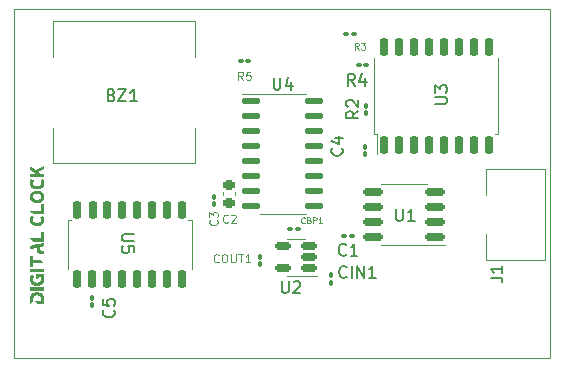
<source format=gbr>
%TF.GenerationSoftware,KiCad,Pcbnew,7.0.6*%
%TF.CreationDate,2024-03-03T22:58:42+08:00*%
%TF.ProjectId,Digital Clock,44696769-7461-46c2-9043-6c6f636b2e6b,_____*%
%TF.SameCoordinates,Original*%
%TF.FileFunction,Legend,Top*%
%TF.FilePolarity,Positive*%
%FSLAX46Y46*%
G04 Gerber Fmt 4.6, Leading zero omitted, Abs format (unit mm)*
G04 Created by KiCad (PCBNEW 7.0.6) date 2024-03-03 22:58:42*
%MOMM*%
%LPD*%
G01*
G04 APERTURE LIST*
G04 Aperture macros list*
%AMRoundRect*
0 Rectangle with rounded corners*
0 $1 Rounding radius*
0 $2 $3 $4 $5 $6 $7 $8 $9 X,Y pos of 4 corners*
0 Add a 4 corners polygon primitive as box body*
4,1,4,$2,$3,$4,$5,$6,$7,$8,$9,$2,$3,0*
0 Add four circle primitives for the rounded corners*
1,1,$1+$1,$2,$3*
1,1,$1+$1,$4,$5*
1,1,$1+$1,$6,$7*
1,1,$1+$1,$8,$9*
0 Add four rect primitives between the rounded corners*
20,1,$1+$1,$2,$3,$4,$5,0*
20,1,$1+$1,$4,$5,$6,$7,0*
20,1,$1+$1,$6,$7,$8,$9,0*
20,1,$1+$1,$8,$9,$2,$3,0*%
G04 Aperture macros list end*
%ADD10C,0.150000*%
%ADD11C,0.090000*%
%ADD12C,0.100000*%
%ADD13C,0.120000*%
%ADD14RoundRect,0.150000X0.512500X0.150000X-0.512500X0.150000X-0.512500X-0.150000X0.512500X-0.150000X0*%
%ADD15RoundRect,0.100000X-0.130000X-0.100000X0.130000X-0.100000X0.130000X0.100000X-0.130000X0.100000X0*%
%ADD16R,2.100000X5.080000*%
%ADD17RoundRect,0.100000X-0.100000X0.130000X-0.100000X-0.130000X0.100000X-0.130000X0.100000X0.130000X0*%
%ADD18RoundRect,0.100000X0.100000X-0.130000X0.100000X0.130000X-0.100000X0.130000X-0.100000X-0.130000X0*%
%ADD19RoundRect,0.225000X0.250000X-0.225000X0.250000X0.225000X-0.250000X0.225000X-0.250000X-0.225000X0*%
%ADD20RoundRect,0.150000X-0.150000X0.650000X-0.150000X-0.650000X0.150000X-0.650000X0.150000X0.650000X0*%
%ADD21R,1.390000X0.430000*%
%ADD22C,0.650000*%
%ADD23O,2.090000X0.930000*%
%ADD24R,1.800000X1.800000*%
%ADD25RoundRect,0.137500X-0.662500X-0.137500X0.662500X-0.137500X0.662500X0.137500X-0.662500X0.137500X0*%
%ADD26RoundRect,0.100000X0.130000X0.100000X-0.130000X0.100000X-0.130000X-0.100000X0.130000X-0.100000X0*%
%ADD27RoundRect,0.150000X0.675000X0.150000X-0.675000X0.150000X-0.675000X-0.150000X0.675000X-0.150000X0*%
%ADD28RoundRect,0.150000X0.150000X-0.650000X0.150000X0.650000X-0.150000X0.650000X-0.150000X-0.650000X0*%
%ADD29C,1.000000*%
%TA.AperFunction,Profile*%
%ADD30C,0.100000*%
%TD*%
G04 APERTURE END LIST*
D10*
X66090895Y-42406219D02*
X66090895Y-43215742D01*
X66090895Y-43215742D02*
X66138514Y-43310980D01*
X66138514Y-43310980D02*
X66186133Y-43358600D01*
X66186133Y-43358600D02*
X66281371Y-43406219D01*
X66281371Y-43406219D02*
X66471847Y-43406219D01*
X66471847Y-43406219D02*
X66567085Y-43358600D01*
X66567085Y-43358600D02*
X66614704Y-43310980D01*
X66614704Y-43310980D02*
X66662323Y-43215742D01*
X66662323Y-43215742D02*
X66662323Y-42406219D01*
X67090895Y-42501457D02*
X67138514Y-42453838D01*
X67138514Y-42453838D02*
X67233752Y-42406219D01*
X67233752Y-42406219D02*
X67471847Y-42406219D01*
X67471847Y-42406219D02*
X67567085Y-42453838D01*
X67567085Y-42453838D02*
X67614704Y-42501457D01*
X67614704Y-42501457D02*
X67662323Y-42596695D01*
X67662323Y-42596695D02*
X67662323Y-42691933D01*
X67662323Y-42691933D02*
X67614704Y-42834790D01*
X67614704Y-42834790D02*
X67043276Y-43406219D01*
X67043276Y-43406219D02*
X67662323Y-43406219D01*
D11*
X72580000Y-22832891D02*
X72380000Y-22547177D01*
X72237143Y-22832891D02*
X72237143Y-22232891D01*
X72237143Y-22232891D02*
X72465714Y-22232891D01*
X72465714Y-22232891D02*
X72522857Y-22261462D01*
X72522857Y-22261462D02*
X72551428Y-22290034D01*
X72551428Y-22290034D02*
X72580000Y-22347177D01*
X72580000Y-22347177D02*
X72580000Y-22432891D01*
X72580000Y-22432891D02*
X72551428Y-22490034D01*
X72551428Y-22490034D02*
X72522857Y-22518605D01*
X72522857Y-22518605D02*
X72465714Y-22547177D01*
X72465714Y-22547177D02*
X72237143Y-22547177D01*
X72780000Y-22232891D02*
X73151428Y-22232891D01*
X73151428Y-22232891D02*
X72951428Y-22461462D01*
X72951428Y-22461462D02*
X73037143Y-22461462D01*
X73037143Y-22461462D02*
X73094286Y-22490034D01*
X73094286Y-22490034D02*
X73122857Y-22518605D01*
X73122857Y-22518605D02*
X73151428Y-22575748D01*
X73151428Y-22575748D02*
X73151428Y-22718605D01*
X73151428Y-22718605D02*
X73122857Y-22775748D01*
X73122857Y-22775748D02*
X73094286Y-22804320D01*
X73094286Y-22804320D02*
X73037143Y-22832891D01*
X73037143Y-22832891D02*
X72865714Y-22832891D01*
X72865714Y-22832891D02*
X72808571Y-22804320D01*
X72808571Y-22804320D02*
X72780000Y-22775748D01*
D10*
X51669047Y-26671009D02*
X51811904Y-26718628D01*
X51811904Y-26718628D02*
X51859523Y-26766247D01*
X51859523Y-26766247D02*
X51907142Y-26861485D01*
X51907142Y-26861485D02*
X51907142Y-27004342D01*
X51907142Y-27004342D02*
X51859523Y-27099580D01*
X51859523Y-27099580D02*
X51811904Y-27147200D01*
X51811904Y-27147200D02*
X51716666Y-27194819D01*
X51716666Y-27194819D02*
X51335714Y-27194819D01*
X51335714Y-27194819D02*
X51335714Y-26194819D01*
X51335714Y-26194819D02*
X51669047Y-26194819D01*
X51669047Y-26194819D02*
X51764285Y-26242438D01*
X51764285Y-26242438D02*
X51811904Y-26290057D01*
X51811904Y-26290057D02*
X51859523Y-26385295D01*
X51859523Y-26385295D02*
X51859523Y-26480533D01*
X51859523Y-26480533D02*
X51811904Y-26575771D01*
X51811904Y-26575771D02*
X51764285Y-26623390D01*
X51764285Y-26623390D02*
X51669047Y-26671009D01*
X51669047Y-26671009D02*
X51335714Y-26671009D01*
X52240476Y-26194819D02*
X52907142Y-26194819D01*
X52907142Y-26194819D02*
X52240476Y-27194819D01*
X52240476Y-27194819D02*
X52907142Y-27194819D01*
X53811904Y-27194819D02*
X53240476Y-27194819D01*
X53526190Y-27194819D02*
X53526190Y-26194819D01*
X53526190Y-26194819D02*
X53430952Y-26337676D01*
X53430952Y-26337676D02*
X53335714Y-26432914D01*
X53335714Y-26432914D02*
X53240476Y-26480533D01*
X51839580Y-44876666D02*
X51887200Y-44924285D01*
X51887200Y-44924285D02*
X51934819Y-45067142D01*
X51934819Y-45067142D02*
X51934819Y-45162380D01*
X51934819Y-45162380D02*
X51887200Y-45305237D01*
X51887200Y-45305237D02*
X51791961Y-45400475D01*
X51791961Y-45400475D02*
X51696723Y-45448094D01*
X51696723Y-45448094D02*
X51506247Y-45495713D01*
X51506247Y-45495713D02*
X51363390Y-45495713D01*
X51363390Y-45495713D02*
X51172914Y-45448094D01*
X51172914Y-45448094D02*
X51077676Y-45400475D01*
X51077676Y-45400475D02*
X50982438Y-45305237D01*
X50982438Y-45305237D02*
X50934819Y-45162380D01*
X50934819Y-45162380D02*
X50934819Y-45067142D01*
X50934819Y-45067142D02*
X50982438Y-44924285D01*
X50982438Y-44924285D02*
X51030057Y-44876666D01*
X50934819Y-43971904D02*
X50934819Y-44448094D01*
X50934819Y-44448094D02*
X51411009Y-44495713D01*
X51411009Y-44495713D02*
X51363390Y-44448094D01*
X51363390Y-44448094D02*
X51315771Y-44352856D01*
X51315771Y-44352856D02*
X51315771Y-44114761D01*
X51315771Y-44114761D02*
X51363390Y-44019523D01*
X51363390Y-44019523D02*
X51411009Y-43971904D01*
X51411009Y-43971904D02*
X51506247Y-43924285D01*
X51506247Y-43924285D02*
X51744342Y-43924285D01*
X51744342Y-43924285D02*
X51839580Y-43971904D01*
X51839580Y-43971904D02*
X51887200Y-44019523D01*
X51887200Y-44019523D02*
X51934819Y-44114761D01*
X51934819Y-44114761D02*
X51934819Y-44352856D01*
X51934819Y-44352856D02*
X51887200Y-44448094D01*
X51887200Y-44448094D02*
X51839580Y-44495713D01*
X71159580Y-31166666D02*
X71207200Y-31214285D01*
X71207200Y-31214285D02*
X71254819Y-31357142D01*
X71254819Y-31357142D02*
X71254819Y-31452380D01*
X71254819Y-31452380D02*
X71207200Y-31595237D01*
X71207200Y-31595237D02*
X71111961Y-31690475D01*
X71111961Y-31690475D02*
X71016723Y-31738094D01*
X71016723Y-31738094D02*
X70826247Y-31785713D01*
X70826247Y-31785713D02*
X70683390Y-31785713D01*
X70683390Y-31785713D02*
X70492914Y-31738094D01*
X70492914Y-31738094D02*
X70397676Y-31690475D01*
X70397676Y-31690475D02*
X70302438Y-31595237D01*
X70302438Y-31595237D02*
X70254819Y-31452380D01*
X70254819Y-31452380D02*
X70254819Y-31357142D01*
X70254819Y-31357142D02*
X70302438Y-31214285D01*
X70302438Y-31214285D02*
X70350057Y-31166666D01*
X70588152Y-30309523D02*
X71254819Y-30309523D01*
X70207200Y-30547618D02*
X70921485Y-30785713D01*
X70921485Y-30785713D02*
X70921485Y-30166666D01*
D12*
X68022066Y-37465690D02*
X67998257Y-37489500D01*
X67998257Y-37489500D02*
X67926828Y-37513309D01*
X67926828Y-37513309D02*
X67879209Y-37513309D01*
X67879209Y-37513309D02*
X67807781Y-37489500D01*
X67807781Y-37489500D02*
X67760162Y-37441880D01*
X67760162Y-37441880D02*
X67736352Y-37394261D01*
X67736352Y-37394261D02*
X67712543Y-37299023D01*
X67712543Y-37299023D02*
X67712543Y-37227595D01*
X67712543Y-37227595D02*
X67736352Y-37132357D01*
X67736352Y-37132357D02*
X67760162Y-37084738D01*
X67760162Y-37084738D02*
X67807781Y-37037119D01*
X67807781Y-37037119D02*
X67879209Y-37013309D01*
X67879209Y-37013309D02*
X67926828Y-37013309D01*
X67926828Y-37013309D02*
X67998257Y-37037119D01*
X67998257Y-37037119D02*
X68022066Y-37060928D01*
X68403019Y-37251404D02*
X68474447Y-37275214D01*
X68474447Y-37275214D02*
X68498257Y-37299023D01*
X68498257Y-37299023D02*
X68522066Y-37346642D01*
X68522066Y-37346642D02*
X68522066Y-37418071D01*
X68522066Y-37418071D02*
X68498257Y-37465690D01*
X68498257Y-37465690D02*
X68474447Y-37489500D01*
X68474447Y-37489500D02*
X68426828Y-37513309D01*
X68426828Y-37513309D02*
X68236352Y-37513309D01*
X68236352Y-37513309D02*
X68236352Y-37013309D01*
X68236352Y-37013309D02*
X68403019Y-37013309D01*
X68403019Y-37013309D02*
X68450638Y-37037119D01*
X68450638Y-37037119D02*
X68474447Y-37060928D01*
X68474447Y-37060928D02*
X68498257Y-37108547D01*
X68498257Y-37108547D02*
X68498257Y-37156166D01*
X68498257Y-37156166D02*
X68474447Y-37203785D01*
X68474447Y-37203785D02*
X68450638Y-37227595D01*
X68450638Y-37227595D02*
X68403019Y-37251404D01*
X68403019Y-37251404D02*
X68236352Y-37251404D01*
X68736352Y-37513309D02*
X68736352Y-37013309D01*
X68736352Y-37013309D02*
X68926828Y-37013309D01*
X68926828Y-37013309D02*
X68974447Y-37037119D01*
X68974447Y-37037119D02*
X68998257Y-37060928D01*
X68998257Y-37060928D02*
X69022066Y-37108547D01*
X69022066Y-37108547D02*
X69022066Y-37179976D01*
X69022066Y-37179976D02*
X68998257Y-37227595D01*
X68998257Y-37227595D02*
X68974447Y-37251404D01*
X68974447Y-37251404D02*
X68926828Y-37275214D01*
X68926828Y-37275214D02*
X68736352Y-37275214D01*
X69498257Y-37513309D02*
X69212543Y-37513309D01*
X69355400Y-37513309D02*
X69355400Y-37013309D01*
X69355400Y-37013309D02*
X69307781Y-37084738D01*
X69307781Y-37084738D02*
X69260162Y-37132357D01*
X69260162Y-37132357D02*
X69212543Y-37156166D01*
X61523333Y-37421966D02*
X61490000Y-37455300D01*
X61490000Y-37455300D02*
X61390000Y-37488633D01*
X61390000Y-37488633D02*
X61323333Y-37488633D01*
X61323333Y-37488633D02*
X61223333Y-37455300D01*
X61223333Y-37455300D02*
X61156667Y-37388633D01*
X61156667Y-37388633D02*
X61123333Y-37321966D01*
X61123333Y-37321966D02*
X61090000Y-37188633D01*
X61090000Y-37188633D02*
X61090000Y-37088633D01*
X61090000Y-37088633D02*
X61123333Y-36955300D01*
X61123333Y-36955300D02*
X61156667Y-36888633D01*
X61156667Y-36888633D02*
X61223333Y-36821966D01*
X61223333Y-36821966D02*
X61323333Y-36788633D01*
X61323333Y-36788633D02*
X61390000Y-36788633D01*
X61390000Y-36788633D02*
X61490000Y-36821966D01*
X61490000Y-36821966D02*
X61523333Y-36855300D01*
X61790000Y-36855300D02*
X61823333Y-36821966D01*
X61823333Y-36821966D02*
X61890000Y-36788633D01*
X61890000Y-36788633D02*
X62056667Y-36788633D01*
X62056667Y-36788633D02*
X62123333Y-36821966D01*
X62123333Y-36821966D02*
X62156667Y-36855300D01*
X62156667Y-36855300D02*
X62190000Y-36921966D01*
X62190000Y-36921966D02*
X62190000Y-36988633D01*
X62190000Y-36988633D02*
X62156667Y-37088633D01*
X62156667Y-37088633D02*
X61756667Y-37488633D01*
X61756667Y-37488633D02*
X62190000Y-37488633D01*
D10*
X53545180Y-38438095D02*
X52735657Y-38438095D01*
X52735657Y-38438095D02*
X52640419Y-38485714D01*
X52640419Y-38485714D02*
X52592800Y-38533333D01*
X52592800Y-38533333D02*
X52545180Y-38628571D01*
X52545180Y-38628571D02*
X52545180Y-38819047D01*
X52545180Y-38819047D02*
X52592800Y-38914285D01*
X52592800Y-38914285D02*
X52640419Y-38961904D01*
X52640419Y-38961904D02*
X52735657Y-39009523D01*
X52735657Y-39009523D02*
X53545180Y-39009523D01*
X53545180Y-39961904D02*
X53545180Y-39485714D01*
X53545180Y-39485714D02*
X53068990Y-39438095D01*
X53068990Y-39438095D02*
X53116609Y-39485714D01*
X53116609Y-39485714D02*
X53164228Y-39580952D01*
X53164228Y-39580952D02*
X53164228Y-39819047D01*
X53164228Y-39819047D02*
X53116609Y-39914285D01*
X53116609Y-39914285D02*
X53068990Y-39961904D01*
X53068990Y-39961904D02*
X52973752Y-40009523D01*
X52973752Y-40009523D02*
X52735657Y-40009523D01*
X52735657Y-40009523D02*
X52640419Y-39961904D01*
X52640419Y-39961904D02*
X52592800Y-39914285D01*
X52592800Y-39914285D02*
X52545180Y-39819047D01*
X52545180Y-39819047D02*
X52545180Y-39580952D01*
X52545180Y-39580952D02*
X52592800Y-39485714D01*
X52592800Y-39485714D02*
X52640419Y-39438095D01*
D12*
X60745333Y-40772366D02*
X60712000Y-40805700D01*
X60712000Y-40805700D02*
X60612000Y-40839033D01*
X60612000Y-40839033D02*
X60545333Y-40839033D01*
X60545333Y-40839033D02*
X60445333Y-40805700D01*
X60445333Y-40805700D02*
X60378667Y-40739033D01*
X60378667Y-40739033D02*
X60345333Y-40672366D01*
X60345333Y-40672366D02*
X60312000Y-40539033D01*
X60312000Y-40539033D02*
X60312000Y-40439033D01*
X60312000Y-40439033D02*
X60345333Y-40305700D01*
X60345333Y-40305700D02*
X60378667Y-40239033D01*
X60378667Y-40239033D02*
X60445333Y-40172366D01*
X60445333Y-40172366D02*
X60545333Y-40139033D01*
X60545333Y-40139033D02*
X60612000Y-40139033D01*
X60612000Y-40139033D02*
X60712000Y-40172366D01*
X60712000Y-40172366D02*
X60745333Y-40205700D01*
X61178667Y-40139033D02*
X61312000Y-40139033D01*
X61312000Y-40139033D02*
X61378667Y-40172366D01*
X61378667Y-40172366D02*
X61445333Y-40239033D01*
X61445333Y-40239033D02*
X61478667Y-40372366D01*
X61478667Y-40372366D02*
X61478667Y-40605700D01*
X61478667Y-40605700D02*
X61445333Y-40739033D01*
X61445333Y-40739033D02*
X61378667Y-40805700D01*
X61378667Y-40805700D02*
X61312000Y-40839033D01*
X61312000Y-40839033D02*
X61178667Y-40839033D01*
X61178667Y-40839033D02*
X61112000Y-40805700D01*
X61112000Y-40805700D02*
X61045333Y-40739033D01*
X61045333Y-40739033D02*
X61012000Y-40605700D01*
X61012000Y-40605700D02*
X61012000Y-40372366D01*
X61012000Y-40372366D02*
X61045333Y-40239033D01*
X61045333Y-40239033D02*
X61112000Y-40172366D01*
X61112000Y-40172366D02*
X61178667Y-40139033D01*
X61778666Y-40139033D02*
X61778666Y-40705700D01*
X61778666Y-40705700D02*
X61812000Y-40772366D01*
X61812000Y-40772366D02*
X61845333Y-40805700D01*
X61845333Y-40805700D02*
X61912000Y-40839033D01*
X61912000Y-40839033D02*
X62045333Y-40839033D01*
X62045333Y-40839033D02*
X62112000Y-40805700D01*
X62112000Y-40805700D02*
X62145333Y-40772366D01*
X62145333Y-40772366D02*
X62178666Y-40705700D01*
X62178666Y-40705700D02*
X62178666Y-40139033D01*
X62411999Y-40139033D02*
X62811999Y-40139033D01*
X62611999Y-40839033D02*
X62611999Y-40139033D01*
X63411999Y-40839033D02*
X63011999Y-40839033D01*
X63211999Y-40839033D02*
X63211999Y-40139033D01*
X63211999Y-40139033D02*
X63145332Y-40239033D01*
X63145332Y-40239033D02*
X63078666Y-40305700D01*
X63078666Y-40305700D02*
X63011999Y-40339033D01*
D10*
X72273333Y-25864819D02*
X71940000Y-25388628D01*
X71701905Y-25864819D02*
X71701905Y-24864819D01*
X71701905Y-24864819D02*
X72082857Y-24864819D01*
X72082857Y-24864819D02*
X72178095Y-24912438D01*
X72178095Y-24912438D02*
X72225714Y-24960057D01*
X72225714Y-24960057D02*
X72273333Y-25055295D01*
X72273333Y-25055295D02*
X72273333Y-25198152D01*
X72273333Y-25198152D02*
X72225714Y-25293390D01*
X72225714Y-25293390D02*
X72178095Y-25341009D01*
X72178095Y-25341009D02*
X72082857Y-25388628D01*
X72082857Y-25388628D02*
X71701905Y-25388628D01*
X73130476Y-25198152D02*
X73130476Y-25864819D01*
X72892381Y-24817200D02*
X72654286Y-25531485D01*
X72654286Y-25531485D02*
X73273333Y-25531485D01*
X83754819Y-42133333D02*
X84469104Y-42133333D01*
X84469104Y-42133333D02*
X84611961Y-42180952D01*
X84611961Y-42180952D02*
X84707200Y-42276190D01*
X84707200Y-42276190D02*
X84754819Y-42419047D01*
X84754819Y-42419047D02*
X84754819Y-42514285D01*
X84754819Y-41133333D02*
X84754819Y-41704761D01*
X84754819Y-41419047D02*
X83754819Y-41419047D01*
X83754819Y-41419047D02*
X83897676Y-41514285D01*
X83897676Y-41514285D02*
X83992914Y-41609523D01*
X83992914Y-41609523D02*
X84040533Y-41704761D01*
X65398095Y-25204819D02*
X65398095Y-26014342D01*
X65398095Y-26014342D02*
X65445714Y-26109580D01*
X65445714Y-26109580D02*
X65493333Y-26157200D01*
X65493333Y-26157200D02*
X65588571Y-26204819D01*
X65588571Y-26204819D02*
X65779047Y-26204819D01*
X65779047Y-26204819D02*
X65874285Y-26157200D01*
X65874285Y-26157200D02*
X65921904Y-26109580D01*
X65921904Y-26109580D02*
X65969523Y-26014342D01*
X65969523Y-26014342D02*
X65969523Y-25204819D01*
X66874285Y-25538152D02*
X66874285Y-26204819D01*
X66636190Y-25157200D02*
X66398095Y-25871485D01*
X66398095Y-25871485D02*
X67017142Y-25871485D01*
D12*
X62793333Y-25388633D02*
X62560000Y-25055300D01*
X62393333Y-25388633D02*
X62393333Y-24688633D01*
X62393333Y-24688633D02*
X62660000Y-24688633D01*
X62660000Y-24688633D02*
X62726667Y-24721966D01*
X62726667Y-24721966D02*
X62760000Y-24755300D01*
X62760000Y-24755300D02*
X62793333Y-24821966D01*
X62793333Y-24821966D02*
X62793333Y-24921966D01*
X62793333Y-24921966D02*
X62760000Y-24988633D01*
X62760000Y-24988633D02*
X62726667Y-25021966D01*
X62726667Y-25021966D02*
X62660000Y-25055300D01*
X62660000Y-25055300D02*
X62393333Y-25055300D01*
X63426667Y-24688633D02*
X63093333Y-24688633D01*
X63093333Y-24688633D02*
X63060000Y-25021966D01*
X63060000Y-25021966D02*
X63093333Y-24988633D01*
X63093333Y-24988633D02*
X63160000Y-24955300D01*
X63160000Y-24955300D02*
X63326667Y-24955300D01*
X63326667Y-24955300D02*
X63393333Y-24988633D01*
X63393333Y-24988633D02*
X63426667Y-25021966D01*
X63426667Y-25021966D02*
X63460000Y-25088633D01*
X63460000Y-25088633D02*
X63460000Y-25255300D01*
X63460000Y-25255300D02*
X63426667Y-25321966D01*
X63426667Y-25321966D02*
X63393333Y-25355300D01*
X63393333Y-25355300D02*
X63326667Y-25388633D01*
X63326667Y-25388633D02*
X63160000Y-25388633D01*
X63160000Y-25388633D02*
X63093333Y-25355300D01*
X63093333Y-25355300D02*
X63060000Y-25321966D01*
D10*
X71533333Y-40159580D02*
X71485714Y-40207200D01*
X71485714Y-40207200D02*
X71342857Y-40254819D01*
X71342857Y-40254819D02*
X71247619Y-40254819D01*
X71247619Y-40254819D02*
X71104762Y-40207200D01*
X71104762Y-40207200D02*
X71009524Y-40111961D01*
X71009524Y-40111961D02*
X70961905Y-40016723D01*
X70961905Y-40016723D02*
X70914286Y-39826247D01*
X70914286Y-39826247D02*
X70914286Y-39683390D01*
X70914286Y-39683390D02*
X70961905Y-39492914D01*
X70961905Y-39492914D02*
X71009524Y-39397676D01*
X71009524Y-39397676D02*
X71104762Y-39302438D01*
X71104762Y-39302438D02*
X71247619Y-39254819D01*
X71247619Y-39254819D02*
X71342857Y-39254819D01*
X71342857Y-39254819D02*
X71485714Y-39302438D01*
X71485714Y-39302438D02*
X71533333Y-39350057D01*
X72485714Y-40254819D02*
X71914286Y-40254819D01*
X72200000Y-40254819D02*
X72200000Y-39254819D01*
X72200000Y-39254819D02*
X72104762Y-39397676D01*
X72104762Y-39397676D02*
X72009524Y-39492914D01*
X72009524Y-39492914D02*
X71914286Y-39540533D01*
X71563028Y-42040980D02*
X71515409Y-42088600D01*
X71515409Y-42088600D02*
X71372552Y-42136219D01*
X71372552Y-42136219D02*
X71277314Y-42136219D01*
X71277314Y-42136219D02*
X71134457Y-42088600D01*
X71134457Y-42088600D02*
X71039219Y-41993361D01*
X71039219Y-41993361D02*
X70991600Y-41898123D01*
X70991600Y-41898123D02*
X70943981Y-41707647D01*
X70943981Y-41707647D02*
X70943981Y-41564790D01*
X70943981Y-41564790D02*
X70991600Y-41374314D01*
X70991600Y-41374314D02*
X71039219Y-41279076D01*
X71039219Y-41279076D02*
X71134457Y-41183838D01*
X71134457Y-41183838D02*
X71277314Y-41136219D01*
X71277314Y-41136219D02*
X71372552Y-41136219D01*
X71372552Y-41136219D02*
X71515409Y-41183838D01*
X71515409Y-41183838D02*
X71563028Y-41231457D01*
X71991600Y-42136219D02*
X71991600Y-41136219D01*
X72467790Y-42136219D02*
X72467790Y-41136219D01*
X72467790Y-41136219D02*
X73039218Y-42136219D01*
X73039218Y-42136219D02*
X73039218Y-41136219D01*
X74039218Y-42136219D02*
X73467790Y-42136219D01*
X73753504Y-42136219D02*
X73753504Y-41136219D01*
X73753504Y-41136219D02*
X73658266Y-41279076D01*
X73658266Y-41279076D02*
X73563028Y-41374314D01*
X73563028Y-41374314D02*
X73467790Y-41421933D01*
X75748095Y-36314819D02*
X75748095Y-37124342D01*
X75748095Y-37124342D02*
X75795714Y-37219580D01*
X75795714Y-37219580D02*
X75843333Y-37267200D01*
X75843333Y-37267200D02*
X75938571Y-37314819D01*
X75938571Y-37314819D02*
X76129047Y-37314819D01*
X76129047Y-37314819D02*
X76224285Y-37267200D01*
X76224285Y-37267200D02*
X76271904Y-37219580D01*
X76271904Y-37219580D02*
X76319523Y-37124342D01*
X76319523Y-37124342D02*
X76319523Y-36314819D01*
X77319523Y-37314819D02*
X76748095Y-37314819D01*
X77033809Y-37314819D02*
X77033809Y-36314819D01*
X77033809Y-36314819D02*
X76938571Y-36457676D01*
X76938571Y-36457676D02*
X76843333Y-36552914D01*
X76843333Y-36552914D02*
X76748095Y-36600533D01*
X79064819Y-27421904D02*
X79874342Y-27421904D01*
X79874342Y-27421904D02*
X79969580Y-27374285D01*
X79969580Y-27374285D02*
X80017200Y-27326666D01*
X80017200Y-27326666D02*
X80064819Y-27231428D01*
X80064819Y-27231428D02*
X80064819Y-27040952D01*
X80064819Y-27040952D02*
X80017200Y-26945714D01*
X80017200Y-26945714D02*
X79969580Y-26898095D01*
X79969580Y-26898095D02*
X79874342Y-26850476D01*
X79874342Y-26850476D02*
X79064819Y-26850476D01*
X79064819Y-26469523D02*
X79064819Y-25850476D01*
X79064819Y-25850476D02*
X79445771Y-26183809D01*
X79445771Y-26183809D02*
X79445771Y-26040952D01*
X79445771Y-26040952D02*
X79493390Y-25945714D01*
X79493390Y-25945714D02*
X79541009Y-25898095D01*
X79541009Y-25898095D02*
X79636247Y-25850476D01*
X79636247Y-25850476D02*
X79874342Y-25850476D01*
X79874342Y-25850476D02*
X79969580Y-25898095D01*
X79969580Y-25898095D02*
X80017200Y-25945714D01*
X80017200Y-25945714D02*
X80064819Y-26040952D01*
X80064819Y-26040952D02*
X80064819Y-26326666D01*
X80064819Y-26326666D02*
X80017200Y-26421904D01*
X80017200Y-26421904D02*
X79969580Y-26469523D01*
D12*
X60591966Y-37246666D02*
X60625300Y-37279999D01*
X60625300Y-37279999D02*
X60658633Y-37379999D01*
X60658633Y-37379999D02*
X60658633Y-37446666D01*
X60658633Y-37446666D02*
X60625300Y-37546666D01*
X60625300Y-37546666D02*
X60558633Y-37613333D01*
X60558633Y-37613333D02*
X60491966Y-37646666D01*
X60491966Y-37646666D02*
X60358633Y-37679999D01*
X60358633Y-37679999D02*
X60258633Y-37679999D01*
X60258633Y-37679999D02*
X60125300Y-37646666D01*
X60125300Y-37646666D02*
X60058633Y-37613333D01*
X60058633Y-37613333D02*
X59991966Y-37546666D01*
X59991966Y-37546666D02*
X59958633Y-37446666D01*
X59958633Y-37446666D02*
X59958633Y-37379999D01*
X59958633Y-37379999D02*
X59991966Y-37279999D01*
X59991966Y-37279999D02*
X60025300Y-37246666D01*
X59958633Y-37013333D02*
X59958633Y-36579999D01*
X59958633Y-36579999D02*
X60225300Y-36813333D01*
X60225300Y-36813333D02*
X60225300Y-36713333D01*
X60225300Y-36713333D02*
X60258633Y-36646666D01*
X60258633Y-36646666D02*
X60291966Y-36613333D01*
X60291966Y-36613333D02*
X60358633Y-36579999D01*
X60358633Y-36579999D02*
X60525300Y-36579999D01*
X60525300Y-36579999D02*
X60591966Y-36613333D01*
X60591966Y-36613333D02*
X60625300Y-36646666D01*
X60625300Y-36646666D02*
X60658633Y-36713333D01*
X60658633Y-36713333D02*
X60658633Y-36913333D01*
X60658633Y-36913333D02*
X60625300Y-36979999D01*
X60625300Y-36979999D02*
X60591966Y-37013333D01*
D10*
X72554819Y-28026666D02*
X72078628Y-28359999D01*
X72554819Y-28598094D02*
X71554819Y-28598094D01*
X71554819Y-28598094D02*
X71554819Y-28217142D01*
X71554819Y-28217142D02*
X71602438Y-28121904D01*
X71602438Y-28121904D02*
X71650057Y-28074285D01*
X71650057Y-28074285D02*
X71745295Y-28026666D01*
X71745295Y-28026666D02*
X71888152Y-28026666D01*
X71888152Y-28026666D02*
X71983390Y-28074285D01*
X71983390Y-28074285D02*
X72031009Y-28121904D01*
X72031009Y-28121904D02*
X72078628Y-28217142D01*
X72078628Y-28217142D02*
X72078628Y-28598094D01*
X71650057Y-27645713D02*
X71602438Y-27598094D01*
X71602438Y-27598094D02*
X71554819Y-27502856D01*
X71554819Y-27502856D02*
X71554819Y-27264761D01*
X71554819Y-27264761D02*
X71602438Y-27169523D01*
X71602438Y-27169523D02*
X71650057Y-27121904D01*
X71650057Y-27121904D02*
X71745295Y-27074285D01*
X71745295Y-27074285D02*
X71840533Y-27074285D01*
X71840533Y-27074285D02*
X71983390Y-27121904D01*
X71983390Y-27121904D02*
X72554819Y-27693332D01*
X72554819Y-27693332D02*
X72554819Y-27074285D01*
D13*
%TO.C,U2*%
X67284600Y-38826000D02*
X68084600Y-38826000D01*
X67284600Y-41946000D02*
X69084600Y-41946000D01*
X67284600Y-41946000D02*
X66484600Y-41946000D01*
X67284600Y-38826000D02*
X66484600Y-38826000D01*
%TO.C,BZ1*%
X46750000Y-20430000D02*
X46750000Y-23430000D01*
X46750000Y-20430000D02*
X58750000Y-20430000D01*
X46750000Y-32430000D02*
X46750000Y-29430000D01*
X58750000Y-20430000D02*
X58750000Y-23430000D01*
X58750000Y-32430000D02*
X46750000Y-32430000D01*
X58750000Y-32430000D02*
X58750000Y-29430000D01*
%TO.C,C2*%
X61110000Y-35165580D02*
X61110000Y-34884420D01*
X62130000Y-35165580D02*
X62130000Y-34884420D01*
%TO.C,U5*%
X58470000Y-37260000D02*
X58470000Y-37260000D01*
X58470000Y-37260000D02*
X58470000Y-41360000D01*
X58460000Y-37260000D02*
X58170000Y-37260000D01*
X47950000Y-37260000D02*
X48205000Y-37260000D01*
X47950000Y-37260000D02*
X47950000Y-41360000D01*
%TO.C,G2*%
G36*
X45952813Y-43217072D02*
G01*
X44769210Y-43217072D01*
X44769210Y-42944907D01*
X45952813Y-42944907D01*
X45952813Y-43217072D01*
G37*
G36*
X45952813Y-41650539D02*
G01*
X44769210Y-41650539D01*
X44769210Y-41378373D01*
X45952813Y-41378373D01*
X45952813Y-41650539D01*
G37*
G36*
X45952813Y-39068132D02*
G01*
X45073199Y-39068132D01*
X44922705Y-38931258D01*
X44772210Y-38794384D01*
X45671154Y-38792780D01*
X45671154Y-38219988D01*
X45952813Y-38219988D01*
X45952813Y-39068132D01*
G37*
G36*
X45952813Y-36757890D02*
G01*
X45073199Y-36757890D01*
X44922705Y-36621016D01*
X44772210Y-36484142D01*
X45671154Y-36482538D01*
X45671154Y-35909746D01*
X45952813Y-35909746D01*
X45952813Y-36757890D01*
G37*
G36*
X45050870Y-40615677D02*
G01*
X45654552Y-40615677D01*
X45793397Y-40742543D01*
X45818735Y-40765705D01*
X45842898Y-40787811D01*
X45865441Y-40808454D01*
X45885920Y-40827228D01*
X45903893Y-40843723D01*
X45918916Y-40857535D01*
X45930544Y-40868255D01*
X45938334Y-40875476D01*
X45941676Y-40878626D01*
X45951109Y-40887842D01*
X45050870Y-40887842D01*
X45050870Y-41248620D01*
X44769210Y-41248620D01*
X44769210Y-40267558D01*
X45050870Y-40267558D01*
X45050870Y-40615677D01*
G37*
G36*
X45952057Y-32780968D02*
G01*
X45952203Y-32809819D01*
X45952286Y-32836740D01*
X45952308Y-32861064D01*
X45952270Y-32882126D01*
X45952174Y-32899262D01*
X45952022Y-32911805D01*
X45951816Y-32919092D01*
X45951664Y-32920673D01*
X45948745Y-32922598D01*
X45940634Y-32927252D01*
X45927740Y-32934416D01*
X45910471Y-32943869D01*
X45889234Y-32955390D01*
X45864440Y-32968759D01*
X45836495Y-32983757D01*
X45805808Y-33000163D01*
X45772788Y-33017755D01*
X45737843Y-33036315D01*
X45711203Y-33050427D01*
X45675145Y-33069524D01*
X45640738Y-33087782D01*
X45608387Y-33104986D01*
X45578496Y-33120917D01*
X45551471Y-33135358D01*
X45527718Y-33148092D01*
X45507640Y-33158902D01*
X45491645Y-33167572D01*
X45480136Y-33173883D01*
X45473519Y-33177618D01*
X45472011Y-33178598D01*
X45474556Y-33180641D01*
X45481830Y-33185877D01*
X45493317Y-33193948D01*
X45508503Y-33204500D01*
X45526874Y-33217175D01*
X45547917Y-33231619D01*
X45571117Y-33247476D01*
X45594290Y-33263254D01*
X45716519Y-33346327D01*
X45952813Y-33346327D01*
X45952813Y-33621658D01*
X44769210Y-33621658D01*
X44769210Y-33346366D01*
X45018277Y-33345555D01*
X45267345Y-33344745D01*
X45018277Y-33174377D01*
X44769210Y-33004008D01*
X44769210Y-32697418D01*
X44793737Y-32714480D01*
X44800199Y-32718943D01*
X44811436Y-32726668D01*
X44826996Y-32737344D01*
X44846428Y-32750663D01*
X44869280Y-32766315D01*
X44895100Y-32783992D01*
X44923438Y-32803383D01*
X44953840Y-32824181D01*
X44985857Y-32846074D01*
X45019035Y-32868756D01*
X45029569Y-32875955D01*
X45240874Y-33020368D01*
X45596052Y-32832398D01*
X45951231Y-32644427D01*
X45952057Y-32780968D01*
G37*
G36*
X45952813Y-39452983D02*
G01*
X45785875Y-39492703D01*
X45618936Y-39532423D01*
X45618936Y-39803851D01*
X45785845Y-39843448D01*
X45952755Y-39883046D01*
X45952813Y-40166408D01*
X45945693Y-40164714D01*
X45941650Y-40163760D01*
X45931881Y-40161458D01*
X45916819Y-40157910D01*
X45896900Y-40153219D01*
X45872557Y-40147487D01*
X45844226Y-40140816D01*
X45812339Y-40133308D01*
X45777333Y-40125067D01*
X45739641Y-40116193D01*
X45699697Y-40106789D01*
X45657937Y-40096959D01*
X45642671Y-40093365D01*
X45600407Y-40083412D01*
X45559833Y-40073848D01*
X45521382Y-40064777D01*
X45485483Y-40056300D01*
X45452570Y-40048520D01*
X45423072Y-40041538D01*
X45397423Y-40035457D01*
X45376052Y-40030379D01*
X45359391Y-40026405D01*
X45347873Y-40023639D01*
X45341928Y-40022182D01*
X45341232Y-40021997D01*
X45340134Y-40021364D01*
X45339191Y-40019895D01*
X45338391Y-40017142D01*
X45337723Y-40012654D01*
X45337174Y-40005983D01*
X45336734Y-39996679D01*
X45336390Y-39984293D01*
X45336131Y-39968375D01*
X45335945Y-39948477D01*
X45335820Y-39924149D01*
X45335744Y-39894942D01*
X45335706Y-39860407D01*
X45335694Y-39820094D01*
X45335694Y-39810044D01*
X45335652Y-39771651D01*
X45335532Y-39735995D01*
X45335338Y-39703515D01*
X45335076Y-39674650D01*
X45334753Y-39649838D01*
X45334375Y-39629519D01*
X45333947Y-39614133D01*
X45333475Y-39604116D01*
X45332965Y-39599910D01*
X45332868Y-39599804D01*
X45329507Y-39600513D01*
X45320520Y-39602557D01*
X45306440Y-39605811D01*
X45287797Y-39610149D01*
X45265125Y-39615446D01*
X45238955Y-39621574D01*
X45209820Y-39628411D01*
X45178253Y-39635828D01*
X45144785Y-39643702D01*
X45109948Y-39651906D01*
X45074275Y-39660315D01*
X45038299Y-39668804D01*
X45002551Y-39677246D01*
X44967563Y-39685516D01*
X44933868Y-39693489D01*
X44901999Y-39701039D01*
X44872486Y-39708040D01*
X44845863Y-39714367D01*
X44822663Y-39719894D01*
X44803416Y-39724496D01*
X44788655Y-39728047D01*
X44778913Y-39730422D01*
X44774748Y-39731486D01*
X44773433Y-39731583D01*
X44772344Y-39730655D01*
X44771459Y-39728167D01*
X44770758Y-39723583D01*
X44770219Y-39716368D01*
X44769822Y-39705987D01*
X44769544Y-39691903D01*
X44769365Y-39673582D01*
X44769264Y-39650489D01*
X44769219Y-39622087D01*
X44769210Y-39591287D01*
X44769210Y-39449426D01*
X45353891Y-39310484D01*
X45413526Y-39296314D01*
X45471560Y-39282526D01*
X45527689Y-39269194D01*
X45581610Y-39256389D01*
X45633017Y-39244184D01*
X45681607Y-39232650D01*
X45727077Y-39221859D01*
X45769121Y-39211884D01*
X45807437Y-39202797D01*
X45841720Y-39194670D01*
X45871665Y-39187574D01*
X45896970Y-39181583D01*
X45917330Y-39176768D01*
X45932441Y-39173202D01*
X45941999Y-39170955D01*
X45945693Y-39170103D01*
X45952813Y-39168665D01*
X45952813Y-39452983D01*
G37*
G36*
X45390906Y-43348711D02*
G01*
X45415667Y-43349289D01*
X45436482Y-43350324D01*
X45454538Y-43351879D01*
X45471023Y-43354011D01*
X45471777Y-43354126D01*
X45537872Y-43366767D01*
X45599554Y-43383674D01*
X45656755Y-43404806D01*
X45709405Y-43430122D01*
X45757436Y-43459581D01*
X45800777Y-43493142D01*
X45839361Y-43530764D01*
X45873117Y-43572406D01*
X45894331Y-43604750D01*
X45916872Y-43648470D01*
X45933833Y-43694947D01*
X45945283Y-43744391D01*
X45949307Y-43773395D01*
X45950041Y-43783728D01*
X45950693Y-43800246D01*
X45951261Y-43822804D01*
X45951743Y-43851258D01*
X45952139Y-43885463D01*
X45952445Y-43925275D01*
X45952660Y-43970550D01*
X45952783Y-44021143D01*
X45952813Y-44065340D01*
X45952813Y-44324723D01*
X45405006Y-44324723D01*
X45264999Y-44195761D01*
X45124991Y-44066798D01*
X45401237Y-44065990D01*
X45677483Y-44065181D01*
X45677483Y-43960630D01*
X45677404Y-43927183D01*
X45677098Y-43899266D01*
X45676462Y-43876080D01*
X45675391Y-43856826D01*
X45673782Y-43840705D01*
X45671531Y-43826920D01*
X45668535Y-43814670D01*
X45664689Y-43803158D01*
X45659890Y-43791585D01*
X45654035Y-43779152D01*
X45653867Y-43778809D01*
X45633830Y-43744722D01*
X45609127Y-43714881D01*
X45582312Y-43691134D01*
X45549493Y-43669655D01*
X45512444Y-43651871D01*
X45472272Y-43638072D01*
X45430081Y-43628546D01*
X45386977Y-43623581D01*
X45344064Y-43623468D01*
X45328165Y-43624743D01*
X45280421Y-43632193D01*
X45236420Y-43644121D01*
X45196394Y-43660392D01*
X45160576Y-43680866D01*
X45129199Y-43705406D01*
X45102495Y-43733875D01*
X45080699Y-43766133D01*
X45076555Y-43773781D01*
X45071326Y-43783935D01*
X45066932Y-43792969D01*
X45063293Y-43801537D01*
X45060329Y-43810290D01*
X45057959Y-43819881D01*
X45056104Y-43830963D01*
X45054683Y-43844189D01*
X45053617Y-43860210D01*
X45052825Y-43879679D01*
X45052226Y-43903250D01*
X45051741Y-43931573D01*
X45051290Y-43965303D01*
X45051093Y-43981014D01*
X45049287Y-44126254D01*
X44910040Y-44225092D01*
X44770792Y-44323929D01*
X44769853Y-44068775D01*
X44769686Y-44017737D01*
X44769597Y-43972572D01*
X44769601Y-43932825D01*
X44769718Y-43898039D01*
X44769963Y-43867759D01*
X44770356Y-43841529D01*
X44770912Y-43818892D01*
X44771649Y-43799394D01*
X44772585Y-43782577D01*
X44773736Y-43767987D01*
X44775121Y-43755168D01*
X44776757Y-43743663D01*
X44778661Y-43733016D01*
X44780850Y-43722773D01*
X44783343Y-43712476D01*
X44783442Y-43712081D01*
X44798827Y-43664165D01*
X44820013Y-43618404D01*
X44846723Y-43575198D01*
X44878676Y-43534943D01*
X44915595Y-43498040D01*
X44955654Y-43465988D01*
X44999410Y-43437551D01*
X45045638Y-43413305D01*
X45095267Y-43392841D01*
X45149228Y-43375748D01*
X45175876Y-43368877D01*
X45204755Y-43362263D01*
X45230759Y-43357185D01*
X45255517Y-43353463D01*
X45280655Y-43350919D01*
X45307801Y-43349374D01*
X45338583Y-43348648D01*
X45361012Y-43348532D01*
X45390906Y-43348711D01*
G37*
G36*
X45952813Y-41908065D02*
G01*
X45952865Y-41937189D01*
X45953041Y-41960687D01*
X45953371Y-41979265D01*
X45953885Y-41993625D01*
X45954613Y-42004470D01*
X45955585Y-42012506D01*
X45956832Y-42018436D01*
X45957651Y-42021067D01*
X45962753Y-42038761D01*
X45967610Y-42061680D01*
X45972121Y-42088719D01*
X45976188Y-42118775D01*
X45979710Y-42150745D01*
X45982588Y-42183525D01*
X45984722Y-42216012D01*
X45986012Y-42247102D01*
X45986359Y-42275691D01*
X45985664Y-42300677D01*
X45984360Y-42316711D01*
X45974639Y-42375657D01*
X45959276Y-42431871D01*
X45938321Y-42485229D01*
X45911823Y-42535610D01*
X45879831Y-42582891D01*
X45875214Y-42588877D01*
X45860447Y-42606434D01*
X45842317Y-42625985D01*
X45822435Y-42645939D01*
X45802411Y-42664702D01*
X45783854Y-42680684D01*
X45776578Y-42686417D01*
X45728286Y-42719217D01*
X45675719Y-42747609D01*
X45619304Y-42771418D01*
X45559472Y-42790471D01*
X45496651Y-42804594D01*
X45477993Y-42807733D01*
X45457201Y-42810197D01*
X45431566Y-42812014D01*
X45402541Y-42813182D01*
X45371580Y-42813701D01*
X45340137Y-42813572D01*
X45309664Y-42812792D01*
X45281614Y-42811361D01*
X45257442Y-42809280D01*
X45246078Y-42807820D01*
X45183262Y-42795637D01*
X45123493Y-42778463D01*
X45067029Y-42756477D01*
X45014129Y-42729859D01*
X44965054Y-42698790D01*
X44920061Y-42663450D01*
X44879410Y-42624018D01*
X44843360Y-42580675D01*
X44812170Y-42533600D01*
X44789666Y-42490770D01*
X44769060Y-42439811D01*
X44753777Y-42387003D01*
X44743734Y-42332927D01*
X44738851Y-42278164D01*
X44739046Y-42223296D01*
X44744238Y-42168905D01*
X44754346Y-42115571D01*
X44769289Y-42063876D01*
X44788984Y-42014401D01*
X44813351Y-41967729D01*
X44842308Y-41924439D01*
X44874135Y-41886831D01*
X44900546Y-41859030D01*
X44981246Y-41934029D01*
X45001267Y-41952642D01*
X45020779Y-41970795D01*
X45039052Y-41987806D01*
X45055354Y-42002995D01*
X45068954Y-42015680D01*
X45079121Y-42025181D01*
X45083528Y-42029313D01*
X45105111Y-42049597D01*
X45085543Y-42070515D01*
X45061058Y-42100217D01*
X45042492Y-42130934D01*
X45029590Y-42163379D01*
X45022095Y-42198263D01*
X45019749Y-42236297D01*
X45020151Y-42251649D01*
X45022410Y-42280032D01*
X45026589Y-42304585D01*
X45033241Y-42327659D01*
X45042919Y-42351607D01*
X45044501Y-42355064D01*
X45065548Y-42393264D01*
X45091426Y-42427388D01*
X45122151Y-42457450D01*
X45157736Y-42483465D01*
X45197277Y-42505017D01*
X45233992Y-42519984D01*
X45271417Y-42530561D01*
X45310967Y-42537040D01*
X45354061Y-42539715D01*
X45365573Y-42539824D01*
X45414194Y-42537122D01*
X45460309Y-42529169D01*
X45503585Y-42516190D01*
X45543688Y-42498411D01*
X45580283Y-42476058D01*
X45613038Y-42449359D01*
X45641618Y-42418538D01*
X45665688Y-42383821D01*
X45684916Y-42345436D01*
X45695299Y-42316555D01*
X45698536Y-42305500D01*
X45700855Y-42295879D01*
X45702408Y-42286251D01*
X45703349Y-42275173D01*
X45703831Y-42261203D01*
X45704008Y-42242900D01*
X45704027Y-42234429D01*
X45702758Y-42190197D01*
X45698806Y-42151363D01*
X45692127Y-42117569D01*
X45687444Y-42101511D01*
X45682230Y-42085687D01*
X45612606Y-42084847D01*
X45542983Y-42084006D01*
X45402783Y-42186909D01*
X45376526Y-42206163D01*
X45351818Y-42224244D01*
X45329127Y-42240814D01*
X45308919Y-42255534D01*
X45291661Y-42268065D01*
X45277819Y-42278068D01*
X45267860Y-42285203D01*
X45262249Y-42289133D01*
X45261162Y-42289811D01*
X45260935Y-42286727D01*
X45260720Y-42277800D01*
X45260518Y-42263516D01*
X45260333Y-42244360D01*
X45260168Y-42220819D01*
X45260026Y-42193378D01*
X45259909Y-42162524D01*
X45259821Y-42128742D01*
X45259764Y-42092520D01*
X45259741Y-42054342D01*
X45259741Y-41808774D01*
X45952813Y-41808774D01*
X45952813Y-41908065D01*
G37*
G36*
X44903840Y-33754323D02*
G01*
X44910903Y-33760363D01*
X44921381Y-33769638D01*
X44934694Y-33781614D01*
X44950263Y-33795753D01*
X44967508Y-33811520D01*
X44985850Y-33828379D01*
X45004709Y-33845792D01*
X45023506Y-33863225D01*
X45041661Y-33880140D01*
X45058595Y-33896002D01*
X45073729Y-33910274D01*
X45086483Y-33922421D01*
X45096277Y-33931905D01*
X45102532Y-33938192D01*
X45104670Y-33940730D01*
X45102416Y-33943844D01*
X45096755Y-33949118D01*
X45094010Y-33951381D01*
X45084224Y-33960782D01*
X45072934Y-33974103D01*
X45061450Y-33989596D01*
X45051086Y-34005514D01*
X45044560Y-34017226D01*
X45031675Y-34049119D01*
X45023218Y-34084111D01*
X45019398Y-34120580D01*
X45020427Y-34156904D01*
X45023607Y-34178719D01*
X45033660Y-34214020D01*
X45049354Y-34246832D01*
X45070387Y-34276836D01*
X45096454Y-34303714D01*
X45127254Y-34327149D01*
X45162481Y-34346821D01*
X45197368Y-34360926D01*
X45238426Y-34372330D01*
X45283260Y-34380196D01*
X45330423Y-34384513D01*
X45378469Y-34385267D01*
X45425950Y-34382448D01*
X45471420Y-34376044D01*
X45513433Y-34366042D01*
X45521406Y-34363572D01*
X45562124Y-34347693D01*
X45598191Y-34327959D01*
X45629436Y-34304535D01*
X45655687Y-34277585D01*
X45676773Y-34247271D01*
X45692521Y-34213757D01*
X45698723Y-34194471D01*
X45701702Y-34178826D01*
X45703617Y-34158805D01*
X45704470Y-34136267D01*
X45704264Y-34113075D01*
X45703005Y-34091091D01*
X45700694Y-34072174D01*
X45698473Y-34061827D01*
X45688259Y-34033238D01*
X45673960Y-34005231D01*
X45656593Y-33979403D01*
X45637177Y-33957354D01*
X45625256Y-33946831D01*
X45616737Y-33939899D01*
X45610616Y-33934517D01*
X45608185Y-33931825D01*
X45608183Y-33931800D01*
X45610639Y-33929581D01*
X45617606Y-33924127D01*
X45628456Y-33915895D01*
X45642560Y-33905344D01*
X45659291Y-33892933D01*
X45678018Y-33879121D01*
X45698115Y-33864365D01*
X45718953Y-33849125D01*
X45739903Y-33833858D01*
X45760338Y-33819025D01*
X45779628Y-33805082D01*
X45797146Y-33792489D01*
X45812263Y-33781704D01*
X45824350Y-33773187D01*
X45832780Y-33767394D01*
X45836925Y-33764785D01*
X45837166Y-33764689D01*
X45841214Y-33766593D01*
X45848207Y-33772784D01*
X45857407Y-33782404D01*
X45868075Y-33794596D01*
X45879473Y-33808500D01*
X45890861Y-33823259D01*
X45901501Y-33838013D01*
X45906062Y-33844745D01*
X45932356Y-33890108D01*
X45953743Y-33938957D01*
X45970050Y-33990577D01*
X45981105Y-34044254D01*
X45986735Y-34099274D01*
X45986768Y-34154922D01*
X45985470Y-34173900D01*
X45977648Y-34230364D01*
X45964272Y-34283982D01*
X45945514Y-34334604D01*
X45921546Y-34382081D01*
X45892541Y-34426262D01*
X45858669Y-34466999D01*
X45820105Y-34504140D01*
X45777020Y-34537537D01*
X45729585Y-34567039D01*
X45677974Y-34592497D01*
X45622359Y-34613760D01*
X45562911Y-34630680D01*
X45499804Y-34643106D01*
X45437605Y-34650529D01*
X45415401Y-34651852D01*
X45389041Y-34652554D01*
X45360182Y-34652663D01*
X45330484Y-34652211D01*
X45301605Y-34651227D01*
X45275204Y-34649741D01*
X45252939Y-34647783D01*
X45247082Y-34647077D01*
X45182135Y-34635970D01*
X45120716Y-34620150D01*
X45063017Y-34599728D01*
X45009229Y-34574813D01*
X44959546Y-34545516D01*
X44914158Y-34511947D01*
X44873258Y-34474216D01*
X44837038Y-34432432D01*
X44812920Y-34398284D01*
X44789603Y-34356710D01*
X44770314Y-34311069D01*
X44755307Y-34262376D01*
X44744837Y-34211647D01*
X44739159Y-34159897D01*
X44738527Y-34108141D01*
X44738767Y-34102694D01*
X44744202Y-34044783D01*
X44754686Y-33990512D01*
X44770370Y-33939510D01*
X44791411Y-33891401D01*
X44817961Y-33845814D01*
X44850174Y-33802376D01*
X44873587Y-33775792D01*
X44883419Y-33765762D01*
X44891985Y-33757880D01*
X44898222Y-33753075D01*
X44900771Y-33752056D01*
X44903840Y-33754323D01*
G37*
G36*
X44900771Y-36859806D02*
G01*
X44903840Y-36862073D01*
X44910903Y-36868113D01*
X44921381Y-36877388D01*
X44934694Y-36889364D01*
X44950263Y-36903503D01*
X44967508Y-36919270D01*
X44985850Y-36936128D01*
X45004709Y-36953542D01*
X45023506Y-36970975D01*
X45041661Y-36987890D01*
X45058595Y-37003752D01*
X45073729Y-37018024D01*
X45086483Y-37030171D01*
X45096277Y-37039655D01*
X45102532Y-37045942D01*
X45104670Y-37048480D01*
X45102416Y-37051593D01*
X45096755Y-37056868D01*
X45094010Y-37059131D01*
X45084224Y-37068532D01*
X45072934Y-37081853D01*
X45061450Y-37097346D01*
X45051086Y-37113264D01*
X45044560Y-37124976D01*
X45031675Y-37156869D01*
X45023218Y-37191861D01*
X45019398Y-37228329D01*
X45020427Y-37264654D01*
X45023607Y-37286468D01*
X45033660Y-37321770D01*
X45049354Y-37354582D01*
X45070387Y-37384586D01*
X45096454Y-37411464D01*
X45127254Y-37434899D01*
X45162481Y-37454571D01*
X45197368Y-37468676D01*
X45238426Y-37480080D01*
X45283260Y-37487946D01*
X45330423Y-37492262D01*
X45378469Y-37493017D01*
X45425950Y-37490198D01*
X45471420Y-37483793D01*
X45513433Y-37473792D01*
X45521406Y-37471322D01*
X45562124Y-37455443D01*
X45598191Y-37435709D01*
X45629436Y-37412285D01*
X45655687Y-37385334D01*
X45676773Y-37355020D01*
X45692521Y-37321507D01*
X45698723Y-37302221D01*
X45701702Y-37286576D01*
X45703617Y-37266555D01*
X45704470Y-37244017D01*
X45704264Y-37220825D01*
X45703005Y-37198840D01*
X45700694Y-37179924D01*
X45698473Y-37169577D01*
X45688259Y-37140988D01*
X45673960Y-37112980D01*
X45656593Y-37087153D01*
X45637177Y-37065104D01*
X45625256Y-37054581D01*
X45616737Y-37047648D01*
X45610616Y-37042267D01*
X45608185Y-37039575D01*
X45608183Y-37039549D01*
X45610639Y-37037331D01*
X45617606Y-37031877D01*
X45628456Y-37023645D01*
X45642560Y-37013094D01*
X45659291Y-37000683D01*
X45678018Y-36986871D01*
X45698115Y-36972115D01*
X45718953Y-36956875D01*
X45739903Y-36941608D01*
X45760338Y-36926775D01*
X45779628Y-36912832D01*
X45797146Y-36900239D01*
X45812263Y-36889454D01*
X45824350Y-36880936D01*
X45832780Y-36875144D01*
X45836925Y-36872535D01*
X45837166Y-36872439D01*
X45841214Y-36874342D01*
X45848207Y-36880534D01*
X45857407Y-36890154D01*
X45868075Y-36902346D01*
X45879473Y-36916250D01*
X45890861Y-36931009D01*
X45901501Y-36945763D01*
X45906062Y-36952495D01*
X45932356Y-36997858D01*
X45953743Y-37046707D01*
X45970050Y-37098327D01*
X45981105Y-37152004D01*
X45986735Y-37207023D01*
X45986768Y-37262672D01*
X45985470Y-37281650D01*
X45977648Y-37338119D01*
X45964272Y-37391741D01*
X45945515Y-37442365D01*
X45921548Y-37489843D01*
X45892543Y-37534025D01*
X45858673Y-37574761D01*
X45820109Y-37611902D01*
X45777024Y-37645297D01*
X45729589Y-37674798D01*
X45677976Y-37700254D01*
X45622358Y-37721515D01*
X45562906Y-37738433D01*
X45499793Y-37750858D01*
X45437605Y-37758279D01*
X45415401Y-37759602D01*
X45389041Y-37760304D01*
X45360182Y-37760413D01*
X45330484Y-37759961D01*
X45301605Y-37758976D01*
X45275204Y-37757490D01*
X45252939Y-37755532D01*
X45247082Y-37754827D01*
X45182300Y-37743765D01*
X45120963Y-37728022D01*
X45063321Y-37707710D01*
X45009625Y-37682937D01*
X44960125Y-37653814D01*
X44915071Y-37620452D01*
X44888672Y-37596913D01*
X44850252Y-37555939D01*
X44817503Y-37512154D01*
X44790421Y-37465554D01*
X44769006Y-37416134D01*
X44753253Y-37363889D01*
X44750690Y-37352677D01*
X44741551Y-37296999D01*
X44738056Y-37241199D01*
X44740087Y-37185870D01*
X44747529Y-37131603D01*
X44760265Y-37078990D01*
X44778178Y-37028624D01*
X44801151Y-36981095D01*
X44829067Y-36936997D01*
X44833934Y-36930367D01*
X44844259Y-36917179D01*
X44855664Y-36903590D01*
X44867333Y-36890462D01*
X44878449Y-36878658D01*
X44888197Y-36869038D01*
X44895760Y-36862465D01*
X44900321Y-36859802D01*
X44900771Y-36859806D01*
G37*
G36*
X45376665Y-34755347D02*
G01*
X45406360Y-34756080D01*
X45434809Y-34757266D01*
X45460626Y-34758872D01*
X45482424Y-34760869D01*
X45493930Y-34762386D01*
X45557933Y-34774964D01*
X45618265Y-34792066D01*
X45674738Y-34813555D01*
X45727166Y-34839292D01*
X45775364Y-34869140D01*
X45819145Y-34902962D01*
X45858322Y-34940619D01*
X45892711Y-34981974D01*
X45922125Y-35026889D01*
X45946377Y-35075226D01*
X45958471Y-35106088D01*
X45970974Y-35148542D01*
X45980086Y-35194615D01*
X45985580Y-35242449D01*
X45987232Y-35290182D01*
X45985470Y-35329021D01*
X45977648Y-35385490D01*
X45964272Y-35439112D01*
X45945515Y-35489736D01*
X45921548Y-35537214D01*
X45892543Y-35581396D01*
X45858673Y-35622132D01*
X45820109Y-35659273D01*
X45777024Y-35692668D01*
X45729589Y-35722169D01*
X45677976Y-35747625D01*
X45622358Y-35768886D01*
X45562906Y-35785804D01*
X45499793Y-35798229D01*
X45437605Y-35805650D01*
X45415401Y-35806973D01*
X45389041Y-35807675D01*
X45360182Y-35807784D01*
X45355247Y-35807709D01*
X45330484Y-35807332D01*
X45301605Y-35806347D01*
X45275204Y-35804861D01*
X45252939Y-35802903D01*
X45247082Y-35802198D01*
X45180864Y-35790895D01*
X45118603Y-35774779D01*
X45060035Y-35753756D01*
X45004899Y-35727733D01*
X44954024Y-35697343D01*
X44932401Y-35681562D01*
X44909218Y-35662199D01*
X44885780Y-35640537D01*
X44863392Y-35617859D01*
X44843358Y-35595448D01*
X44826983Y-35574585D01*
X44822404Y-35567957D01*
X44793870Y-35519204D01*
X44771134Y-35468039D01*
X44754267Y-35414738D01*
X44743336Y-35359576D01*
X44738410Y-35302831D01*
X44738800Y-35283133D01*
X45020889Y-35283133D01*
X45021412Y-35309021D01*
X45023156Y-35330329D01*
X45026453Y-35348744D01*
X45031634Y-35365951D01*
X45039032Y-35383637D01*
X45041793Y-35389410D01*
X45059522Y-35418490D01*
X45082750Y-35444755D01*
X45111231Y-35468047D01*
X45144719Y-35488205D01*
X45182966Y-35505071D01*
X45225728Y-35518485D01*
X45250134Y-35524140D01*
X45270996Y-35527460D01*
X45296538Y-35529995D01*
X45325157Y-35531710D01*
X45355247Y-35532564D01*
X45385204Y-35532520D01*
X45413423Y-35531541D01*
X45438299Y-35529588D01*
X45445231Y-35528759D01*
X45492308Y-35520325D01*
X45535412Y-35508050D01*
X45574243Y-35492086D01*
X45608498Y-35472586D01*
X45637877Y-35449701D01*
X45662079Y-35423582D01*
X45666844Y-35417186D01*
X45682353Y-35392221D01*
X45693557Y-35366333D01*
X45700772Y-35338338D01*
X45704312Y-35307056D01*
X45704618Y-35275221D01*
X45703802Y-35255493D01*
X45702458Y-35240120D01*
X45700311Y-35227129D01*
X45697084Y-35214551D01*
X45695290Y-35208762D01*
X45680852Y-35173819D01*
X45661226Y-35142441D01*
X45636498Y-35114688D01*
X45606751Y-35090621D01*
X45572069Y-35070299D01*
X45532535Y-35053783D01*
X45488234Y-35041134D01*
X45452623Y-35034328D01*
X45427248Y-35031396D01*
X45397760Y-35029645D01*
X45366055Y-35029061D01*
X45334031Y-35029630D01*
X45303584Y-35031334D01*
X45276611Y-35034160D01*
X45266006Y-35035813D01*
X45218357Y-35046557D01*
X45175558Y-35061060D01*
X45137686Y-35079275D01*
X45104817Y-35101154D01*
X45077027Y-35126648D01*
X45054395Y-35155709D01*
X45042927Y-35175612D01*
X45033860Y-35195576D01*
X45027478Y-35215118D01*
X45023429Y-35235967D01*
X45021359Y-35259847D01*
X45020889Y-35283133D01*
X44738800Y-35283133D01*
X44739558Y-35244777D01*
X44740105Y-35237766D01*
X44747050Y-35183290D01*
X44758548Y-35132617D01*
X44774904Y-35084861D01*
X44796425Y-35039135D01*
X44823414Y-34994549D01*
X44824081Y-34993561D01*
X44839419Y-34973072D01*
X44858738Y-34950636D01*
X44880652Y-34927625D01*
X44903776Y-34905411D01*
X44926725Y-34885365D01*
X44948112Y-34868860D01*
X44954346Y-34864586D01*
X45005674Y-34834322D01*
X45061027Y-34808596D01*
X45119821Y-34787603D01*
X45181474Y-34771537D01*
X45245406Y-34760595D01*
X45273168Y-34757540D01*
X45293976Y-34756162D01*
X45319087Y-34755357D01*
X45347112Y-34755096D01*
X45376665Y-34755347D01*
G37*
%TO.C,J1*%
X83337500Y-40610000D02*
X88337500Y-40590000D01*
X83337500Y-40610000D02*
X83337500Y-38410000D01*
X88337500Y-40590000D02*
X88337500Y-32910000D01*
X83337500Y-35110000D02*
X83337500Y-32910000D01*
X83337500Y-32910000D02*
X88337500Y-32910000D01*
%TO.C,U4*%
X66160000Y-26590000D02*
X62710000Y-26590000D01*
X66160000Y-26590000D02*
X68110000Y-26590000D01*
X66160000Y-36710000D02*
X64210000Y-36710000D01*
X66160000Y-36710000D02*
X68110000Y-36710000D01*
%TO.C,U1*%
X76410000Y-39320000D02*
X79860000Y-39320000D01*
X76410000Y-39320000D02*
X74460000Y-39320000D01*
X76410000Y-34200000D02*
X78360000Y-34200000D01*
X76410000Y-34200000D02*
X74460000Y-34200000D01*
%TO.C,U3*%
X73885000Y-29995000D02*
X74140000Y-29995000D01*
X74140000Y-29995000D02*
X74140000Y-31660000D01*
X84405000Y-29995000D02*
X84150000Y-29995000D01*
X73885000Y-27610000D02*
X73885000Y-29995000D01*
X73885000Y-27610000D02*
X73885000Y-23510000D01*
X84405000Y-27610000D02*
X84405000Y-29995000D01*
X84405000Y-27610000D02*
X84405000Y-23510000D01*
%TD*%
%LPC*%
D14*
%TO.C,U2*%
X68422100Y-41336000D03*
X68422100Y-40386000D03*
X68422100Y-39436000D03*
X66147100Y-39436000D03*
X66147100Y-41336000D03*
%TD*%
D15*
%TO.C,R3*%
X71550000Y-21460000D03*
X72190000Y-21460000D03*
%TD*%
D16*
%TO.C,BZ1*%
X46750000Y-26430000D03*
X58750000Y-26430000D03*
%TD*%
D17*
%TO.C,C5*%
X50010000Y-43840000D03*
X50010000Y-44480000D03*
%TD*%
D18*
%TO.C,C4*%
X73100000Y-31680000D03*
X73100000Y-31040000D03*
%TD*%
D15*
%TO.C,CBP1*%
X67426800Y-38023800D03*
X66786800Y-38023800D03*
%TD*%
D19*
%TO.C,C2*%
X61620000Y-35800000D03*
X61620000Y-34250000D03*
%TD*%
D20*
%TO.C,U5*%
X57660000Y-36360000D03*
X56385000Y-36360000D03*
X55115000Y-36360000D03*
X53845000Y-36360000D03*
X52575000Y-36360000D03*
X51305000Y-36360000D03*
X50060000Y-36360000D03*
X48765000Y-36360000D03*
X48760000Y-42260000D03*
X50030000Y-42260000D03*
X51300000Y-42260000D03*
X52570000Y-42260000D03*
X53840000Y-42260000D03*
X55110000Y-42260000D03*
X56380000Y-42260000D03*
X57650000Y-42260000D03*
%TD*%
D17*
%TO.C,COUT1*%
X64262000Y-40345400D03*
X64262000Y-40985400D03*
%TD*%
D15*
%TO.C,R4*%
X72590000Y-24100000D03*
X73230000Y-24100000D03*
%TD*%
D21*
%TO.C,J1*%
X83677500Y-38060000D03*
X83677500Y-37410000D03*
X83677500Y-36760000D03*
X83677500Y-36110000D03*
X83677500Y-35460000D03*
D22*
X84237500Y-38760000D03*
X84237500Y-34760000D03*
D23*
X86337500Y-39590000D03*
X86337500Y-33910000D03*
D24*
X86337500Y-36790000D03*
%TD*%
D25*
%TO.C,U4*%
X63510000Y-27205000D03*
X63510000Y-28475000D03*
X63510000Y-29745000D03*
X63510000Y-31015000D03*
X63510000Y-32285000D03*
X63510000Y-33555000D03*
X63510000Y-34825000D03*
X63510000Y-36095000D03*
X68810000Y-36095000D03*
X68810000Y-34825000D03*
X68810000Y-33555000D03*
X68810000Y-32285000D03*
X68810000Y-31015000D03*
X68810000Y-29745000D03*
X68810000Y-28475000D03*
X68810000Y-27205000D03*
%TD*%
D15*
%TO.C,R5*%
X62610000Y-23760000D03*
X63250000Y-23760000D03*
%TD*%
D26*
%TO.C,C1*%
X72020000Y-38600000D03*
X71380000Y-38600000D03*
%TD*%
D18*
%TO.C,CIN1*%
X70205600Y-42560200D03*
X70205600Y-41920200D03*
%TD*%
D27*
%TO.C,U1*%
X79035000Y-38665000D03*
X79035000Y-37395000D03*
X79035000Y-36125000D03*
X79035000Y-34855000D03*
X73785000Y-34855000D03*
X73785000Y-36125000D03*
X73785000Y-37395000D03*
X73785000Y-38665000D03*
%TD*%
D28*
%TO.C,U3*%
X74700000Y-30860000D03*
X75970000Y-30860000D03*
X77240000Y-30860000D03*
X78510000Y-30860000D03*
X79780000Y-30860000D03*
X81050000Y-30860000D03*
X82320000Y-30860000D03*
X83590000Y-30860000D03*
X83595000Y-22610000D03*
X82325000Y-22610000D03*
X81055000Y-22610000D03*
X79785000Y-22610000D03*
X78515000Y-22610000D03*
X77245000Y-22610000D03*
X75975000Y-22610000D03*
X74705000Y-22610000D03*
%TD*%
D18*
%TO.C,C3*%
X60370000Y-35895000D03*
X60370000Y-35255000D03*
%TD*%
D17*
%TO.C,R2*%
X73210000Y-27560000D03*
X73210000Y-28200000D03*
%TD*%
D29*
%TO.C,SW2*%
X52656000Y-46920000D03*
X54356000Y-46920000D03*
%TD*%
%TO.C,SW5*%
X74690000Y-46740000D03*
X76390000Y-46740000D03*
%TD*%
%TO.C,SW1*%
X81350000Y-46740000D03*
X83050000Y-46740000D03*
%TD*%
%TO.C,SW3*%
X65800000Y-46740000D03*
X67500000Y-46740000D03*
%TD*%
%LPD*%
D30*
X43410000Y-19400000D02*
X88800000Y-19400000D01*
X88800000Y-48900000D01*
X43410000Y-48900000D01*
X43410000Y-19400000D01*
M02*

</source>
